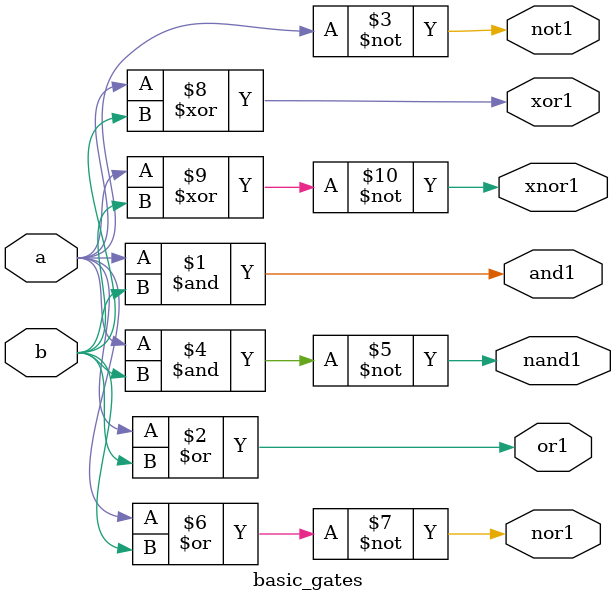
<source format=v>
`timescale 1ns / 1ps
module basic_gates(a,b,and1,or1,not1,nand1,nor1,xor1,xnor1);
input a,b;
output wire and1,or1,not1,nand1,nor1,xor1,xnor1;
assign and1=a&b;
assign or1=a|b;
assign not1=~a;
assign nand1=~(a&b);
assign nor1=~(a|b);
assign xor1=a^b;
assign xnor1=~(a^b);
endmodule

</source>
